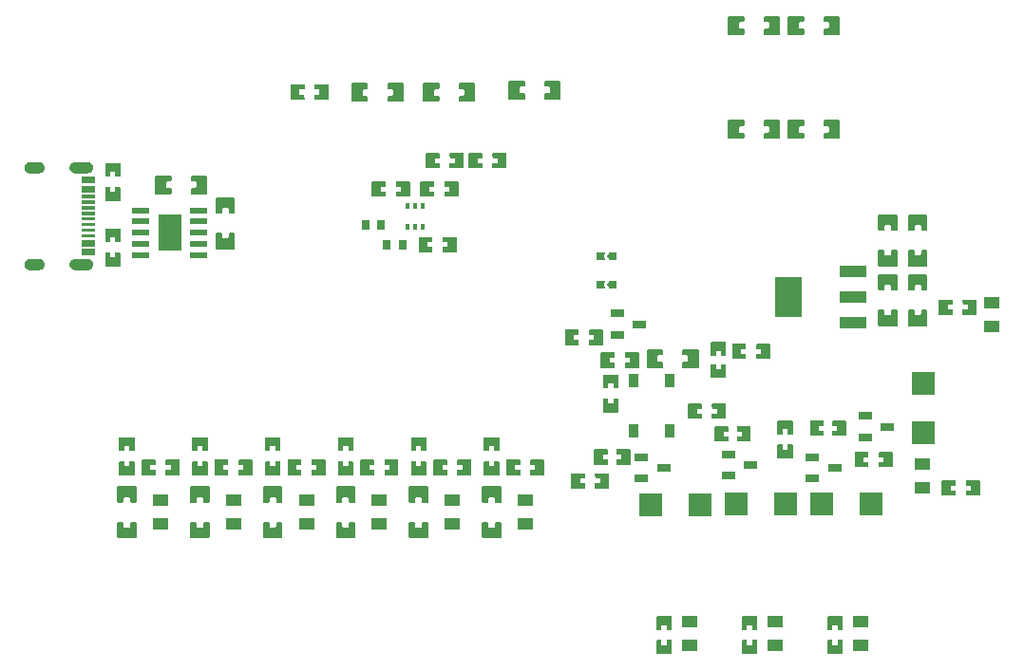
<source format=gtp>
G04 Layer: TopPasteMaskLayer*
G04 EasyEDA Pro v2.2.34.8, 2025-01-04 05:44:47*
G04 Gerber Generator version 0.3*
G04 Scale: 100 percent, Rotated: No, Reflected: No*
G04 Dimensions in millimeters*
G04 Leading zeros omitted, absolute positions, 4 integers and 5 decimals*
%FSLAX45Y45*%
%MOMM*%
%AMPolygonMacro1*4,1,5,-0.41275,-0.35052,-0.41275,0.35052,0.41275,0.35052,0.18669,0.0,0.41275,-0.35052,-0.41275,-0.35052,0*%
%AMPolygonMacro2*4,1,5,-0.18669,-0.35052,-0.41275,0.0,-0.18669,0.35052,0.41275,0.35052,0.41275,-0.35052,-0.18669,-0.35052,0*%
%ADD10R,1.64X0.55999*%
%ADD11R,2.1X3.29999*%
%ADD12R,0.8X0.9*%
%ADD13R,0.8X0.9*%
%ADD14R,0.41999X0.6*%
%ADD15R,0.41999X0.6*%
%ADD16R,1.39954X1.0*%
%ADD17R,1.39954X1.0*%
%ADD18R,2.4646X1.05001*%
%ADD19R,2.46499X1.05001*%
%ADD20R,2.46499X3.54*%
%ADD21R,2.0X2.0*%
%ADD22R,1.25001X0.7*%
%ADD23R,2.0X2.0*%
%ADD24R,0.9X1.3*%
%ADD25PolygonMacro1*%
%ADD26PolygonMacro2*%
G75*


G04 PolygonModel Start*
G36*
G01X1672501Y-1714701D02*
G01X1672501Y-1677675D01*
G01X1682501Y-1667675D01*
G01X1712991Y-1667675D01*
G01X1722991Y-1657675D01*
G01X1722991Y-1618925D01*
G01X1712991Y-1608925D01*
G01X1682501Y-1608925D01*
G01X1672501Y-1598925D01*
G01X1672501Y-1561899D01*
G01X1682501Y-1551899D01*
G01X1811000Y-1551899D01*
G01X1821000Y-1561899D01*
G01X1821000Y-1714701D01*
G01X1811000Y-1724701D01*
G01X1682501Y-1724701D01*
G01X1672501Y-1714701D01*
G37*
G36*
G01X1502499Y-1714701D02*
G01X1502499Y-1677675D01*
G01X1492499Y-1667675D01*
G01X1462009Y-1667675D01*
G01X1452009Y-1657675D01*
G01X1452009Y-1618925D01*
G01X1462009Y-1608925D01*
G01X1492499Y-1608925D01*
G01X1502499Y-1598925D01*
G01X1502499Y-1561899D01*
G01X1492499Y-1551899D01*
G01X1364000Y-1551899D01*
G01X1354000Y-1561899D01*
G01X1354000Y-1714701D01*
G01X1364000Y-1724701D01*
G01X1492499Y-1724701D01*
G01X1502499Y-1714701D01*
G37*
G36*
G01X1904799Y-2066201D02*
G01X1941825Y-2066201D01*
G01X1951825Y-2076201D01*
G01X1951825Y-2106691D01*
G01X1961825Y-2116691D01*
G01X2000575Y-2116691D01*
G01X2010575Y-2106691D01*
G01X2010575Y-2076201D01*
G01X2020575Y-2066201D01*
G01X2057601Y-2066201D01*
G01X2067601Y-2076201D01*
G01X2067601Y-2204700D01*
G01X2057601Y-2214700D01*
G01X1904799Y-2214700D01*
G01X1894799Y-2204700D01*
G01X1894799Y-2076201D01*
G01X1904799Y-2066201D01*
G37*
G36*
G01X1904799Y-1896199D02*
G01X1941825Y-1896199D01*
G01X1951825Y-1886199D01*
G01X1951825Y-1855709D01*
G01X1961825Y-1845709D01*
G01X2000575Y-1845709D01*
G01X2010575Y-1855709D01*
G01X2010575Y-1886199D01*
G01X2020575Y-1896199D01*
G01X2057601Y-1896199D01*
G01X2067601Y-1886199D01*
G01X2067601Y-1757700D01*
G01X2057601Y-1747700D01*
G01X1904799Y-1747700D01*
G01X1894799Y-1757700D01*
G01X1894799Y-1886199D01*
G01X1904799Y-1896199D01*
G37*
G36*
G01X1041900Y-2367102D02*
G01X913902Y-2367102D01*
G01X908901Y-2362101D01*
G01X908901Y-2247100D01*
G01X913902Y-2242101D01*
G01X954905Y-2241598D01*
G01X954905Y-2286599D01*
G01X999904Y-2286599D01*
G01X999904Y-2242599D01*
G01X1041900Y-2242101D01*
G01X1046902Y-2247100D01*
G01X1046902Y-2362101D01*
G01X1041900Y-2367102D01*
G37*
G36*
G01X1041900Y-2152101D02*
G01X999904Y-2152099D01*
G01X999904Y-2107601D01*
G01X954905Y-2107601D01*
G01X954905Y-2151598D01*
G01X913902Y-2152101D01*
G01X908901Y-2147100D01*
G01X908901Y-2032102D01*
G01X913902Y-2027100D01*
G01X1041900Y-2027100D01*
G01X1046902Y-2032102D01*
G01X1046902Y-2147100D01*
G01X1041900Y-2152101D01*
G37*
G36*
G01X913900Y-1442898D02*
G01X1041898Y-1442898D01*
G01X1046899Y-1447899D01*
G01X1046899Y-1562900D01*
G01X1041898Y-1567899D01*
G01X1000895Y-1568402D01*
G01X1000895Y-1523401D01*
G01X955896Y-1523401D01*
G01X955896Y-1567401D01*
G01X913900Y-1567899D01*
G01X908898Y-1562900D01*
G01X908898Y-1447899D01*
G01X913900Y-1442898D01*
G37*
G36*
G01X913900Y-1657899D02*
G01X955896Y-1657901D01*
G01X955896Y-1702399D01*
G01X1000895Y-1702399D01*
G01X1000895Y-1658402D01*
G01X1041898Y-1657899D01*
G01X1046899Y-1662900D01*
G01X1046899Y-1777898D01*
G01X1041898Y-1782900D01*
G01X913900Y-1782900D01*
G01X908898Y-1777898D01*
G01X908898Y-1662900D01*
G01X913900Y-1657899D01*
G37*
G36*
G01X822681Y-1567706D02*
G01X822681Y-1627706D01*
G01X698678Y-1627706D01*
G01X698678Y-1567706D01*
G01X822681Y-1567706D01*
G37*
G36*
G01X822681Y-1647706D02*
G01X822681Y-1707711D01*
G01X698678Y-1707711D01*
G01X698678Y-1647706D01*
G01X822681Y-1647706D01*
G37*
G36*
G01X822681Y-1727708D02*
G01X822681Y-1757710D01*
G01X698678Y-1757710D01*
G01X698678Y-1727708D01*
G01X822681Y-1727708D01*
G37*
G36*
G01X822681Y-1777708D02*
G01X822681Y-1807710D01*
G01X698678Y-1807710D01*
G01X698678Y-1777708D01*
G01X822681Y-1777708D01*
G37*
G36*
G01X822681Y-1827708D02*
G01X822681Y-1857713D01*
G01X698678Y-1857713D01*
G01X698678Y-1827708D01*
G01X822681Y-1827708D01*
G37*
G36*
G01X822681Y-1877713D02*
G01X822681Y-1907713D01*
G01X698678Y-1907713D01*
G01X698678Y-1877713D01*
G01X822681Y-1877713D01*
G37*
G36*
G01X822681Y-1927713D02*
G01X822681Y-1957708D01*
G01X698678Y-1957708D01*
G01X698678Y-1927713D01*
G01X822681Y-1927713D01*
G37*
G36*
G01X822681Y-1977705D02*
G01X822681Y-2007705D01*
G01X698678Y-2007705D01*
G01X698678Y-1977705D01*
G01X822681Y-1977705D01*
G37*
G36*
G01X822681Y-2027705D02*
G01X822681Y-2057705D01*
G01X698678Y-2057705D01*
G01X698678Y-2027705D01*
G01X822681Y-2027705D01*
G37*
G36*
G01X822681Y-2077705D02*
G01X822681Y-2107705D01*
G01X698678Y-2107705D01*
G01X698678Y-2077705D01*
G01X822681Y-2077705D01*
G37*
G36*
G01X822681Y-2127705D02*
G01X822681Y-2187707D01*
G01X698678Y-2187707D01*
G01X698678Y-2127705D01*
G01X822681Y-2127705D01*
G37*
G36*
G01X822681Y-2207707D02*
G01X822681Y-2267707D01*
G01X698678Y-2267707D01*
G01X698678Y-2207707D01*
G01X822681Y-2207707D01*
G37*
G36*
G01X803562Y-1489438D02*
G01X803686Y-1486944D01*
G01X803686Y-1484450D01*
G01X803562Y-1481963D01*
G01X803311Y-1479481D01*
G01X802940Y-1477015D01*
G01X802447Y-1474574D01*
G01X801827Y-1472161D01*
G01X801096Y-1469774D01*
G01X800240Y-1467432D01*
G01X799275Y-1465138D01*
G01X798190Y-1462890D01*
G01X797001Y-1460703D01*
G01X795703Y-1458575D01*
G01X794299Y-1456515D01*
G01X792787Y-1454526D01*
G01X791187Y-1452613D01*
G01X789493Y-1450787D01*
G01X787710Y-1449050D01*
G01X785838Y-1447394D01*
G01X783890Y-1445842D01*
G01X781868Y-1444389D01*
G01X779772Y-1443037D01*
G01X777613Y-1441790D01*
G01X775393Y-1440650D01*
G01X773120Y-1439626D01*
G01X770801Y-1438714D01*
G01X768436Y-1437924D01*
G01X766039Y-1437246D01*
G01X763610Y-1436687D01*
G01X761152Y-1436258D01*
G01X758678Y-1435948D01*
G01X756194Y-1435763D01*
G01X753699Y-1435699D01*
G01X643697Y-1435699D01*
G01X641208Y-1435763D01*
G01X638719Y-1435948D01*
G01X636242Y-1436258D01*
G01X633791Y-1436687D01*
G01X631363Y-1437246D01*
G01X628960Y-1437924D01*
G01X626595Y-1438714D01*
G01X624276Y-1439626D01*
G01X622000Y-1440650D01*
G01X619788Y-1441790D01*
G01X617629Y-1443037D01*
G01X615533Y-1444389D01*
G01X613507Y-1445842D01*
G01X611556Y-1447394D01*
G01X609691Y-1449050D01*
G01X607901Y-1450787D01*
G01X606209Y-1452613D01*
G01X604609Y-1454526D01*
G01X603103Y-1456515D01*
G01X601698Y-1458575D01*
G01X600395Y-1460703D01*
G01X599204Y-1462890D01*
G01X598119Y-1465138D01*
G01X597154Y-1467432D01*
G01X596301Y-1469774D01*
G01X595567Y-1472161D01*
G01X594949Y-1474574D01*
G01X594457Y-1477015D01*
G01X594086Y-1479481D01*
G01X593839Y-1481963D01*
G01X593715Y-1484450D01*
G01X593715Y-1486944D01*
G01X593839Y-1489438D01*
G01X594086Y-1491920D01*
G01X594457Y-1494384D01*
G01X594949Y-1496825D01*
G01X595567Y-1499240D01*
G01X596301Y-1501620D01*
G01X597154Y-1503967D01*
G01X598119Y-1506263D01*
G01X599204Y-1508514D01*
G01X600395Y-1510701D01*
G01X601698Y-1512824D01*
G01X603103Y-1514886D01*
G01X604609Y-1516873D01*
G01X606209Y-1518785D01*
G01X607901Y-1520612D01*
G01X609691Y-1522349D01*
G01X611556Y-1524000D01*
G01X613507Y-1525557D01*
G01X615533Y-1527015D01*
G01X617629Y-1528366D01*
G01X619788Y-1529611D01*
G01X622000Y-1530749D01*
G01X624276Y-1531772D01*
G01X626595Y-1532684D01*
G01X628960Y-1533479D01*
G01X631363Y-1534152D01*
G01X633791Y-1534706D01*
G01X636242Y-1535140D01*
G01X638719Y-1535453D01*
G01X641208Y-1535638D01*
G01X643697Y-1535699D01*
G01X753699Y-1535699D01*
G01X756194Y-1535638D01*
G01X758678Y-1535453D01*
G01X761152Y-1535140D01*
G01X763610Y-1534706D01*
G01X766039Y-1534152D01*
G01X768436Y-1533479D01*
G01X770801Y-1532684D01*
G01X773120Y-1531772D01*
G01X775393Y-1530749D01*
G01X777613Y-1529611D01*
G01X779772Y-1528366D01*
G01X781868Y-1527015D01*
G01X783890Y-1525557D01*
G01X785838Y-1524000D01*
G01X787710Y-1522349D01*
G01X789493Y-1520612D01*
G01X791187Y-1518785D01*
G01X792787Y-1516873D01*
G01X794299Y-1514886D01*
G01X795703Y-1512824D01*
G01X797001Y-1510701D01*
G01X798190Y-1508514D01*
G01X799275Y-1506263D01*
G01X800240Y-1503967D01*
G01X801096Y-1501620D01*
G01X801827Y-1499240D01*
G01X802447Y-1496825D01*
G01X802940Y-1494384D01*
G01X803311Y-1491920D01*
G01X803562Y-1489438D01*
G37*
G36*
G01X370556Y-1489438D02*
G01X370677Y-1486944D01*
G01X370677Y-1484450D01*
G01X370556Y-1481963D01*
G01X370302Y-1479481D01*
G01X369933Y-1477015D01*
G01X369438Y-1474574D01*
G01X368826Y-1472161D01*
G01X368089Y-1469774D01*
G01X367238Y-1467432D01*
G01X366268Y-1465138D01*
G01X365189Y-1462890D01*
G01X363995Y-1460703D01*
G01X362694Y-1458575D01*
G01X361290Y-1456515D01*
G01X359786Y-1454526D01*
G01X358178Y-1452613D01*
G01X356486Y-1450787D01*
G01X354703Y-1449050D01*
G01X352831Y-1447394D01*
G01X350883Y-1445842D01*
G01X348859Y-1444389D01*
G01X346766Y-1443037D01*
G01X344604Y-1441790D01*
G01X342387Y-1440650D01*
G01X340114Y-1439626D01*
G01X337792Y-1438714D01*
G01X335427Y-1437924D01*
G01X333030Y-1437246D01*
G01X330601Y-1436687D01*
G01X328145Y-1436258D01*
G01X325669Y-1435948D01*
G01X323185Y-1435763D01*
G01X320693Y-1435699D01*
G01X240690Y-1435699D01*
G01X238196Y-1435763D01*
G01X235712Y-1435948D01*
G01X233238Y-1436258D01*
G01X230782Y-1436687D01*
G01X228351Y-1437246D01*
G01X225953Y-1437924D01*
G01X223589Y-1438714D01*
G01X221270Y-1439626D01*
G01X218996Y-1440650D01*
G01X216776Y-1441790D01*
G01X214622Y-1443037D01*
G01X212522Y-1444389D01*
G01X210500Y-1445842D01*
G01X208552Y-1447394D01*
G01X206685Y-1449050D01*
G01X204897Y-1450787D01*
G01X203203Y-1452613D01*
G01X201602Y-1454526D01*
G01X200094Y-1456515D01*
G01X198689Y-1458575D01*
G01X197388Y-1460703D01*
G01X196200Y-1462890D01*
G01X195115Y-1465138D01*
G01X194150Y-1467432D01*
G01X193294Y-1469774D01*
G01X192562Y-1472161D01*
G01X191945Y-1474574D01*
G01X191450Y-1477015D01*
G01X191079Y-1479481D01*
G01X190833Y-1481963D01*
G01X190706Y-1484450D01*
G01X190706Y-1486944D01*
G01X190833Y-1489438D01*
G01X191079Y-1491920D01*
G01X191450Y-1494384D01*
G01X191945Y-1496825D01*
G01X192562Y-1499240D01*
G01X193294Y-1501620D01*
G01X194150Y-1503967D01*
G01X195115Y-1506263D01*
G01X196200Y-1508514D01*
G01X197388Y-1510701D01*
G01X198689Y-1512824D01*
G01X200094Y-1514886D01*
G01X201602Y-1516873D01*
G01X203203Y-1518785D01*
G01X204897Y-1520612D01*
G01X206685Y-1522349D01*
G01X208552Y-1524000D01*
G01X210500Y-1525557D01*
G01X212522Y-1527015D01*
G01X214622Y-1528366D01*
G01X216776Y-1529611D01*
G01X218996Y-1530749D01*
G01X221270Y-1531772D01*
G01X223589Y-1532684D01*
G01X225953Y-1533479D01*
G01X228351Y-1534152D01*
G01X230782Y-1534706D01*
G01X233238Y-1535140D01*
G01X235712Y-1535453D01*
G01X238196Y-1535638D01*
G01X240690Y-1535699D01*
G01X320693Y-1535699D01*
G01X323185Y-1535638D01*
G01X325669Y-1535453D01*
G01X328145Y-1535140D01*
G01X330601Y-1534706D01*
G01X333030Y-1534152D01*
G01X335427Y-1533479D01*
G01X337792Y-1532684D01*
G01X340114Y-1531772D01*
G01X342387Y-1530749D01*
G01X344604Y-1529611D01*
G01X346766Y-1528366D01*
G01X348859Y-1527015D01*
G01X350883Y-1525557D01*
G01X352831Y-1524000D01*
G01X354703Y-1522349D01*
G01X356486Y-1520612D01*
G01X358178Y-1518785D01*
G01X359786Y-1516873D01*
G01X361290Y-1514886D01*
G01X362694Y-1512824D01*
G01X363995Y-1510701D01*
G01X365189Y-1508514D01*
G01X366268Y-1506263D01*
G01X367238Y-1503967D01*
G01X368089Y-1501620D01*
G01X368826Y-1499240D01*
G01X369438Y-1496825D01*
G01X369933Y-1494384D01*
G01X370302Y-1491920D01*
G01X370556Y-1489438D01*
G37*
G36*
G01X803562Y-2353445D02*
G01X803686Y-2350950D01*
G01X803686Y-2348461D01*
G01X803562Y-2345972D01*
G01X803311Y-2343490D01*
G01X802940Y-2341027D01*
G01X802447Y-2338583D01*
G01X801827Y-2336165D01*
G01X801096Y-2333785D01*
G01X800240Y-2331438D01*
G01X799275Y-2329142D01*
G01X798190Y-2326891D01*
G01X797001Y-2324710D01*
G01X795703Y-2322581D01*
G01X794299Y-2320519D01*
G01X792787Y-2318532D01*
G01X791187Y-2316620D01*
G01X789493Y-2314796D01*
G01X787710Y-2313056D01*
G01X785838Y-2311400D01*
G01X783890Y-2309851D01*
G01X781868Y-2308390D01*
G01X779772Y-2307041D01*
G01X777613Y-2305797D01*
G01X775393Y-2304656D01*
G01X773120Y-2303635D01*
G01X770801Y-2302723D01*
G01X768436Y-2301926D01*
G01X766039Y-2301253D01*
G01X763610Y-2300699D01*
G01X761152Y-2300265D01*
G01X758678Y-2299957D01*
G01X756194Y-2299767D01*
G01X753699Y-2299708D01*
G01X643697Y-2299708D01*
G01X641208Y-2299767D01*
G01X638719Y-2299957D01*
G01X636242Y-2300265D01*
G01X633791Y-2300699D01*
G01X631363Y-2301253D01*
G01X628960Y-2301926D01*
G01X626595Y-2302723D01*
G01X624276Y-2303635D01*
G01X622000Y-2304656D01*
G01X619788Y-2305797D01*
G01X617629Y-2307041D01*
G01X615533Y-2308390D01*
G01X613507Y-2309851D01*
G01X611556Y-2311400D01*
G01X609691Y-2313056D01*
G01X607901Y-2314796D01*
G01X606209Y-2316620D01*
G01X604609Y-2318532D01*
G01X603103Y-2320519D01*
G01X601698Y-2322581D01*
G01X600395Y-2324710D01*
G01X599204Y-2326891D01*
G01X598119Y-2329142D01*
G01X597154Y-2331438D01*
G01X596301Y-2333785D01*
G01X595567Y-2336165D01*
G01X594949Y-2338583D01*
G01X594457Y-2341027D01*
G01X594086Y-2343490D01*
G01X593839Y-2345972D01*
G01X593715Y-2348461D01*
G01X593715Y-2350950D01*
G01X593839Y-2353445D01*
G01X594086Y-2355924D01*
G01X594457Y-2358390D01*
G01X594949Y-2360833D01*
G01X595567Y-2363244D01*
G01X596301Y-2365626D01*
G01X597154Y-2367973D01*
G01X598119Y-2370272D01*
G01X599204Y-2372517D01*
G01X600395Y-2374709D01*
G01X601698Y-2376830D01*
G01X603103Y-2378890D01*
G01X604609Y-2380879D01*
G01X606209Y-2382792D01*
G01X607901Y-2384621D01*
G01X609691Y-2386355D01*
G01X611556Y-2388011D01*
G01X613507Y-2389563D01*
G01X615533Y-2391019D01*
G01X617629Y-2392368D01*
G01X619788Y-2393620D01*
G01X622000Y-2394755D01*
G01X624276Y-2395781D01*
G01X626595Y-2396691D01*
G01X628960Y-2397483D01*
G01X631363Y-2398159D01*
G01X633791Y-2398712D01*
G01X636242Y-2399147D01*
G01X638719Y-2399459D01*
G01X641208Y-2399642D01*
G01X643697Y-2399706D01*
G01X753699Y-2399706D01*
G01X756194Y-2399642D01*
G01X758678Y-2399459D01*
G01X761152Y-2399147D01*
G01X763610Y-2398712D01*
G01X766039Y-2398159D01*
G01X768436Y-2397483D01*
G01X770801Y-2396691D01*
G01X773120Y-2395781D01*
G01X775393Y-2394755D01*
G01X777613Y-2393620D01*
G01X779772Y-2392368D01*
G01X781868Y-2391019D01*
G01X783890Y-2389563D01*
G01X785838Y-2388011D01*
G01X787710Y-2386355D01*
G01X789493Y-2384621D01*
G01X791187Y-2382792D01*
G01X792787Y-2380879D01*
G01X794299Y-2378890D01*
G01X795703Y-2376830D01*
G01X797001Y-2374709D01*
G01X798190Y-2372517D01*
G01X799275Y-2370272D01*
G01X800240Y-2367973D01*
G01X801096Y-2365626D01*
G01X801827Y-2363244D01*
G01X802447Y-2360833D01*
G01X802940Y-2358390D01*
G01X803311Y-2355924D01*
G01X803562Y-2353445D01*
G37*
G36*
G01X370556Y-2353445D02*
G01X370677Y-2350950D01*
G01X370677Y-2348461D01*
G01X370556Y-2345972D01*
G01X370302Y-2343490D01*
G01X369933Y-2341027D01*
G01X369438Y-2338583D01*
G01X368826Y-2336165D01*
G01X368089Y-2333785D01*
G01X367238Y-2331438D01*
G01X366268Y-2329142D01*
G01X365189Y-2326891D01*
G01X363995Y-2324710D01*
G01X362694Y-2322581D01*
G01X361290Y-2320519D01*
G01X359786Y-2318532D01*
G01X358178Y-2316620D01*
G01X356486Y-2314796D01*
G01X354703Y-2313056D01*
G01X352831Y-2311400D01*
G01X350883Y-2309851D01*
G01X348859Y-2308390D01*
G01X346766Y-2307041D01*
G01X344604Y-2305797D01*
G01X342387Y-2304656D01*
G01X340114Y-2303635D01*
G01X337792Y-2302723D01*
G01X335427Y-2301926D01*
G01X333030Y-2301253D01*
G01X330601Y-2300699D01*
G01X328145Y-2300265D01*
G01X325669Y-2299957D01*
G01X323185Y-2299767D01*
G01X320693Y-2299708D01*
G01X240690Y-2299708D01*
G01X238196Y-2299767D01*
G01X235712Y-2299957D01*
G01X233238Y-2300265D01*
G01X230782Y-2300699D01*
G01X228351Y-2301253D01*
G01X225953Y-2301926D01*
G01X223589Y-2302723D01*
G01X221270Y-2303635D01*
G01X218996Y-2304656D01*
G01X216776Y-2305797D01*
G01X214622Y-2307041D01*
G01X212522Y-2308390D01*
G01X210500Y-2309851D01*
G01X208552Y-2311400D01*
G01X206685Y-2313056D01*
G01X204897Y-2314796D01*
G01X203203Y-2316620D01*
G01X201602Y-2318532D01*
G01X200094Y-2320519D01*
G01X198689Y-2322581D01*
G01X197388Y-2324710D01*
G01X196200Y-2326891D01*
G01X195115Y-2329142D01*
G01X194150Y-2331438D01*
G01X193294Y-2333785D01*
G01X192562Y-2336165D01*
G01X191945Y-2338583D01*
G01X191450Y-2341027D01*
G01X191079Y-2343490D01*
G01X190833Y-2345972D01*
G01X190706Y-2348461D01*
G01X190706Y-2350950D01*
G01X190833Y-2353445D01*
G01X191079Y-2355924D01*
G01X191450Y-2358390D01*
G01X191945Y-2360833D01*
G01X192562Y-2363244D01*
G01X193294Y-2365626D01*
G01X194150Y-2367973D01*
G01X195115Y-2370272D01*
G01X196200Y-2372517D01*
G01X197388Y-2374709D01*
G01X198689Y-2376830D01*
G01X200094Y-2378890D01*
G01X201602Y-2380879D01*
G01X203203Y-2382792D01*
G01X204897Y-2384621D01*
G01X206685Y-2386355D01*
G01X208552Y-2388011D01*
G01X210500Y-2389563D01*
G01X212522Y-2391019D01*
G01X214622Y-2392368D01*
G01X216776Y-2393620D01*
G01X218996Y-2394755D01*
G01X221270Y-2395781D01*
G01X223589Y-2396691D01*
G01X225953Y-2397483D01*
G01X228351Y-2398159D01*
G01X230782Y-2398712D01*
G01X233238Y-2399147D01*
G01X235712Y-2399459D01*
G01X238196Y-2399642D01*
G01X240690Y-2399706D01*
G01X320693Y-2399706D01*
G01X323185Y-2399642D01*
G01X325669Y-2399459D01*
G01X328145Y-2399147D01*
G01X330601Y-2398712D01*
G01X333030Y-2398159D01*
G01X335427Y-2397483D01*
G01X337792Y-2396691D01*
G01X340114Y-2395781D01*
G01X342387Y-2394755D01*
G01X344604Y-2393620D01*
G01X346766Y-2392368D01*
G01X348859Y-2391019D01*
G01X350883Y-2389563D01*
G01X352831Y-2388011D01*
G01X354703Y-2386355D01*
G01X356486Y-2384621D01*
G01X358178Y-2382792D01*
G01X359786Y-2380879D01*
G01X361290Y-2378890D01*
G01X362694Y-2376830D01*
G01X363995Y-2374709D01*
G01X365189Y-2372517D01*
G01X366268Y-2370272D01*
G01X367238Y-2367973D01*
G01X368089Y-2365626D01*
G01X368826Y-2363244D01*
G01X369438Y-2360833D01*
G01X369933Y-2358390D01*
G01X370302Y-2355924D01*
G01X370556Y-2353445D01*
G37*
G36*
G01X3703498Y-2235700D02*
G01X3703498Y-2107702D01*
G01X3708499Y-2102701D01*
G01X3823500Y-2102701D01*
G01X3828499Y-2107702D01*
G01X3829002Y-2148705D01*
G01X3784001Y-2148705D01*
G01X3784001Y-2193704D01*
G01X3828001Y-2193704D01*
G01X3828499Y-2235700D01*
G01X3823500Y-2240702D01*
G01X3708499Y-2240702D01*
G01X3703498Y-2235700D01*
G37*
G36*
G01X3918499Y-2235700D02*
G01X3918501Y-2193704D01*
G01X3962999Y-2193704D01*
G01X3962999Y-2148705D01*
G01X3919002Y-2148705D01*
G01X3918499Y-2107702D01*
G01X3923500Y-2102701D01*
G01X4038498Y-2102701D01*
G01X4043500Y-2107702D01*
G01X4043500Y-2235700D01*
G01X4038498Y-2240702D01*
G01X3923500Y-2240702D01*
G01X3918499Y-2235700D01*
G37*
G36*
G01X3626940Y-1612412D02*
G01X3626940Y-1740411D01*
G01X3621938Y-1745412D01*
G01X3506937Y-1745412D01*
G01X3501939Y-1740411D01*
G01X3501436Y-1699407D01*
G01X3546437Y-1699407D01*
G01X3546437Y-1654409D01*
G01X3502436Y-1654409D01*
G01X3501939Y-1612412D01*
G01X3506937Y-1607411D01*
G01X3621938Y-1607411D01*
G01X3626940Y-1612412D01*
G37*
G36*
G01X3411939Y-1612412D02*
G01X3411936Y-1654409D01*
G01X3367438Y-1654409D01*
G01X3367438Y-1699407D01*
G01X3411436Y-1699407D01*
G01X3411939Y-1740411D01*
G01X3406938Y-1745412D01*
G01X3291939Y-1745412D01*
G01X3286938Y-1740411D01*
G01X3286938Y-1612412D01*
G01X3291939Y-1607411D01*
G01X3406938Y-1607411D01*
G01X3411939Y-1612412D01*
G37*
G36*
G01X3718735Y-1740413D02*
G01X3718735Y-1612415D01*
G01X3723737Y-1607414D01*
G01X3838738Y-1607414D01*
G01X3843736Y-1612415D01*
G01X3844239Y-1653418D01*
G01X3799238Y-1653418D01*
G01X3799238Y-1698417D01*
G01X3843238Y-1698417D01*
G01X3843736Y-1740413D01*
G01X3838738Y-1745414D01*
G01X3723737Y-1745414D01*
G01X3718735Y-1740413D01*
G37*
G36*
G01X3933736Y-1740413D02*
G01X3933739Y-1698417D01*
G01X3978237Y-1698417D01*
G01X3978237Y-1653418D01*
G01X3934239Y-1653418D01*
G01X3933736Y-1612415D01*
G01X3938737Y-1607414D01*
G01X4053736Y-1607414D01*
G01X4058737Y-1612415D01*
G01X4058737Y-1740413D01*
G01X4053736Y-1745414D01*
G01X3938737Y-1745414D01*
G01X3933736Y-1740413D01*
G37*
G36*
G01X7480800Y-5824703D02*
G01X7352802Y-5824703D01*
G01X7347801Y-5819701D01*
G01X7347801Y-5704700D01*
G01X7352802Y-5699702D01*
G01X7393805Y-5699199D01*
G01X7393805Y-5744200D01*
G01X7438804Y-5744200D01*
G01X7438804Y-5700199D01*
G01X7480800Y-5699702D01*
G01X7485802Y-5704700D01*
G01X7485802Y-5819701D01*
G01X7480800Y-5824703D01*
G37*
G36*
G01X7480800Y-5609702D02*
G01X7438804Y-5609699D01*
G01X7438804Y-5565201D01*
G01X7393805Y-5565201D01*
G01X7393805Y-5609199D01*
G01X7352802Y-5609702D01*
G01X7347801Y-5604700D01*
G01X7347801Y-5489702D01*
G01X7352802Y-5484701D01*
G01X7480800Y-5484701D01*
G01X7485802Y-5489702D01*
G01X7485802Y-5604700D01*
G01X7480800Y-5609702D01*
G37*
G36*
G01X6777592Y-1219684D02*
G01X6777592Y-1182658D01*
G01X6787592Y-1172658D01*
G01X6818083Y-1172658D01*
G01X6828083Y-1162658D01*
G01X6828083Y-1123908D01*
G01X6818083Y-1113908D01*
G01X6787592Y-1113908D01*
G01X6777592Y-1103908D01*
G01X6777592Y-1066883D01*
G01X6787592Y-1056883D01*
G01X6916091Y-1056883D01*
G01X6926091Y-1066883D01*
G01X6926091Y-1219684D01*
G01X6916091Y-1229684D01*
G01X6787592Y-1229684D01*
G01X6777592Y-1219684D01*
G37*
G36*
G01X6607590Y-1219684D02*
G01X6607590Y-1182658D01*
G01X6597590Y-1172658D01*
G01X6567100Y-1172658D01*
G01X6557100Y-1162658D01*
G01X6557100Y-1123908D01*
G01X6567100Y-1113908D01*
G01X6597590Y-1113908D01*
G01X6607590Y-1103908D01*
G01X6607590Y-1066883D01*
G01X6597590Y-1056883D01*
G01X6469092Y-1056883D01*
G01X6459092Y-1066883D01*
G01X6459092Y-1219684D01*
G01X6469092Y-1229684D01*
G01X6597590Y-1229684D01*
G01X6607590Y-1219684D01*
G37*
G36*
G01X7140990Y-139783D02*
G01X7140990Y-176808D01*
G01X7130990Y-186808D01*
G01X7100500Y-186808D01*
G01X7090500Y-196808D01*
G01X7090500Y-235558D01*
G01X7100500Y-245558D01*
G01X7130990Y-245558D01*
G01X7140990Y-255558D01*
G01X7140990Y-292584D01*
G01X7130990Y-302584D01*
G01X7002492Y-302584D01*
G01X6992492Y-292584D01*
G01X6992492Y-139783D01*
G01X7002492Y-129783D01*
G01X7130990Y-129783D01*
G01X7140990Y-139783D01*
G37*
G36*
G01X7310992Y-139783D02*
G01X7310992Y-176808D01*
G01X7320992Y-186808D01*
G01X7351483Y-186808D01*
G01X7361483Y-196808D01*
G01X7361483Y-235558D01*
G01X7351483Y-245558D01*
G01X7320992Y-245558D01*
G01X7310992Y-255558D01*
G01X7310992Y-292584D01*
G01X7320992Y-302584D01*
G01X7449491Y-302584D01*
G01X7459491Y-292584D01*
G01X7459491Y-139783D01*
G01X7449491Y-129783D01*
G01X7320992Y-129783D01*
G01X7310992Y-139783D01*
G37*
G36*
G01X7310992Y-1219684D02*
G01X7310992Y-1182658D01*
G01X7320992Y-1172658D01*
G01X7351483Y-1172658D01*
G01X7361483Y-1162658D01*
G01X7361483Y-1123908D01*
G01X7351483Y-1113908D01*
G01X7320992Y-1113908D01*
G01X7310992Y-1103908D01*
G01X7310992Y-1066883D01*
G01X7320992Y-1056883D01*
G01X7449491Y-1056883D01*
G01X7459491Y-1066883D01*
G01X7459491Y-1219684D01*
G01X7449491Y-1229684D01*
G01X7320992Y-1229684D01*
G01X7310992Y-1219684D01*
G37*
G36*
G01X7140990Y-1219684D02*
G01X7140990Y-1182658D01*
G01X7130990Y-1172658D01*
G01X7100500Y-1172658D01*
G01X7090500Y-1162658D01*
G01X7090500Y-1123908D01*
G01X7100500Y-1113908D01*
G01X7130990Y-1113908D01*
G01X7140990Y-1103908D01*
G01X7140990Y-1066883D01*
G01X7130990Y-1056883D01*
G01X7002492Y-1056883D01*
G01X6992492Y-1066883D01*
G01X6992492Y-1219684D01*
G01X7002492Y-1229684D01*
G01X7130990Y-1229684D01*
G01X7140990Y-1219684D01*
G37*
G36*
G01X6777598Y-292584D02*
G01X6777598Y-255558D01*
G01X6787598Y-245558D01*
G01X6818088Y-245558D01*
G01X6828088Y-235558D01*
G01X6828088Y-196808D01*
G01X6818088Y-186808D01*
G01X6787598Y-186808D01*
G01X6777598Y-176808D01*
G01X6777598Y-139783D01*
G01X6787598Y-129783D01*
G01X6916096Y-129783D01*
G01X6926096Y-139783D01*
G01X6926096Y-292584D01*
G01X6916096Y-302584D01*
G01X6787598Y-302584D01*
G01X6777598Y-292584D01*
G37*
G36*
G01X6607595Y-292584D02*
G01X6607595Y-255558D01*
G01X6597595Y-245558D01*
G01X6567105Y-245558D01*
G01X6557105Y-235558D01*
G01X6557105Y-196808D01*
G01X6567105Y-186808D01*
G01X6597595Y-186808D01*
G01X6607595Y-176808D01*
G01X6607595Y-139783D01*
G01X6597595Y-129783D01*
G01X6469097Y-129783D01*
G01X6459097Y-139783D01*
G01X6459097Y-292584D01*
G01X6469097Y-302584D01*
G01X6597595Y-302584D01*
G01X6607595Y-292584D01*
G37*
G36*
G01X4060101Y-889201D02*
G01X4060101Y-852175D01*
G01X4070101Y-842175D01*
G01X4100591Y-842175D01*
G01X4110591Y-832175D01*
G01X4110591Y-793425D01*
G01X4100591Y-783425D01*
G01X4070101Y-783425D01*
G01X4060101Y-773425D01*
G01X4060101Y-736399D01*
G01X4070101Y-726399D01*
G01X4198600Y-726399D01*
G01X4208600Y-736399D01*
G01X4208600Y-889201D01*
G01X4198600Y-899201D01*
G01X4070101Y-899201D01*
G01X4060101Y-889201D01*
G37*
G36*
G01X3890099Y-889201D02*
G01X3890099Y-852175D01*
G01X3880099Y-842175D01*
G01X3849609Y-842175D01*
G01X3839609Y-832175D01*
G01X3839609Y-793425D01*
G01X3849609Y-783425D01*
G01X3880099Y-783425D01*
G01X3890099Y-773425D01*
G01X3890099Y-736399D01*
G01X3880099Y-726399D01*
G01X3751600Y-726399D01*
G01X3741600Y-736399D01*
G01X3741600Y-889201D01*
G01X3751600Y-899201D01*
G01X3880099Y-899201D01*
G01X3890099Y-889201D01*
G37*
G36*
G01X4107002Y-1358400D02*
G01X4107002Y-1486398D01*
G01X4102001Y-1491399D01*
G01X3987000Y-1491399D01*
G01X3982001Y-1486398D01*
G01X3981498Y-1445395D01*
G01X4026499Y-1445395D01*
G01X4026499Y-1400396D01*
G01X3982499Y-1400396D01*
G01X3982001Y-1358400D01*
G01X3987000Y-1353398D01*
G01X4102001Y-1353398D01*
G01X4107002Y-1358400D01*
G37*
G36*
G01X3892001Y-1358400D02*
G01X3891999Y-1400396D01*
G01X3847501Y-1400396D01*
G01X3847501Y-1445395D01*
G01X3891498Y-1445395D01*
G01X3892001Y-1486398D01*
G01X3887000Y-1491399D01*
G01X3772002Y-1491399D01*
G01X3767000Y-1486398D01*
G01X3767000Y-1358400D01*
G01X3772002Y-1353398D01*
G01X3887000Y-1353398D01*
G01X3892001Y-1358400D01*
G37*
G36*
G01X8076999Y-2218601D02*
G01X8114025Y-2218601D01*
G01X8124025Y-2228601D01*
G01X8124025Y-2259091D01*
G01X8134025Y-2269091D01*
G01X8172775Y-2269091D01*
G01X8182775Y-2259091D01*
G01X8182775Y-2228601D01*
G01X8192775Y-2218601D01*
G01X8229801Y-2218601D01*
G01X8239801Y-2228601D01*
G01X8239801Y-2357100D01*
G01X8229801Y-2367100D01*
G01X8076999Y-2367100D01*
G01X8066999Y-2357100D01*
G01X8066999Y-2228601D01*
G01X8076999Y-2218601D01*
G37*
G36*
G01X8076999Y-2048599D02*
G01X8114025Y-2048599D01*
G01X8124025Y-2038599D01*
G01X8124025Y-2008109D01*
G01X8134025Y-1998109D01*
G01X8172775Y-1998109D01*
G01X8182775Y-2008109D01*
G01X8182775Y-2038599D01*
G01X8192775Y-2048599D01*
G01X8229801Y-2048599D01*
G01X8239801Y-2038599D01*
G01X8239801Y-1910100D01*
G01X8229801Y-1900100D01*
G01X8076999Y-1900100D01*
G01X8066999Y-1910100D01*
G01X8066999Y-2038599D01*
G01X8076999Y-2048599D01*
G37*
G36*
G01X8229801Y-2581999D02*
G01X8192775Y-2581999D01*
G01X8182775Y-2571999D01*
G01X8182775Y-2541509D01*
G01X8172775Y-2531509D01*
G01X8134025Y-2531509D01*
G01X8124025Y-2541509D01*
G01X8124025Y-2571999D01*
G01X8114025Y-2581999D01*
G01X8076999Y-2581999D01*
G01X8066999Y-2571999D01*
G01X8066999Y-2443500D01*
G01X8076999Y-2433500D01*
G01X8229801Y-2433500D01*
G01X8239801Y-2443500D01*
G01X8239801Y-2571999D01*
G01X8229801Y-2581999D01*
G37*
G36*
G01X8229801Y-2752001D02*
G01X8192775Y-2752001D01*
G01X8182775Y-2762001D01*
G01X8182775Y-2792491D01*
G01X8172775Y-2802491D01*
G01X8134025Y-2802491D01*
G01X8124025Y-2792491D01*
G01X8124025Y-2762001D01*
G01X8114025Y-2752001D01*
G01X8076999Y-2752001D01*
G01X8066999Y-2762001D01*
G01X8066999Y-2890500D01*
G01X8076999Y-2900500D01*
G01X8229801Y-2900500D01*
G01X8239801Y-2890500D01*
G01X8239801Y-2762001D01*
G01X8229801Y-2752001D01*
G37*
G36*
G01X7810299Y-2218601D02*
G01X7847325Y-2218601D01*
G01X7857325Y-2228601D01*
G01X7857325Y-2259091D01*
G01X7867325Y-2269091D01*
G01X7906075Y-2269091D01*
G01X7916075Y-2259091D01*
G01X7916075Y-2228601D01*
G01X7926075Y-2218601D01*
G01X7963101Y-2218601D01*
G01X7973101Y-2228601D01*
G01X7973101Y-2357100D01*
G01X7963101Y-2367100D01*
G01X7810299Y-2367100D01*
G01X7800299Y-2357100D01*
G01X7800299Y-2228601D01*
G01X7810299Y-2218601D01*
G37*
G36*
G01X7810299Y-2048599D02*
G01X7847325Y-2048599D01*
G01X7857325Y-2038599D01*
G01X7857325Y-2008109D01*
G01X7867325Y-1998109D01*
G01X7906075Y-1998109D01*
G01X7916075Y-2008109D01*
G01X7916075Y-2038599D01*
G01X7926075Y-2048599D01*
G01X7963101Y-2048599D01*
G01X7973101Y-2038599D01*
G01X7973101Y-1910100D01*
G01X7963101Y-1900100D01*
G01X7810299Y-1900100D01*
G01X7800299Y-1910100D01*
G01X7800299Y-2038599D01*
G01X7810299Y-2048599D01*
G37*
G36*
G01X7963101Y-2581999D02*
G01X7926075Y-2581999D01*
G01X7916075Y-2571999D01*
G01X7916075Y-2541509D01*
G01X7906075Y-2531509D01*
G01X7867325Y-2531509D01*
G01X7857325Y-2541509D01*
G01X7857325Y-2571999D01*
G01X7847325Y-2581999D01*
G01X7810299Y-2581999D01*
G01X7800299Y-2571999D01*
G01X7800299Y-2443500D01*
G01X7810299Y-2433500D01*
G01X7963101Y-2433500D01*
G01X7973101Y-2443500D01*
G01X7973101Y-2571999D01*
G01X7963101Y-2581999D01*
G37*
G36*
G01X7963101Y-2752001D02*
G01X7926075Y-2752001D01*
G01X7916075Y-2762001D01*
G01X7916075Y-2792491D01*
G01X7906075Y-2802491D01*
G01X7867325Y-2802491D01*
G01X7857325Y-2792491D01*
G01X7857325Y-2762001D01*
G01X7847325Y-2752001D01*
G01X7810299Y-2752001D01*
G01X7800299Y-2762001D01*
G01X7800299Y-2890500D01*
G01X7810299Y-2900500D01*
G01X7963101Y-2900500D01*
G01X7973101Y-2890500D01*
G01X7973101Y-2762001D01*
G01X7963101Y-2752001D01*
G37*
G36*
G01X8679002Y-2666500D02*
G01X8679002Y-2794498D01*
G01X8674001Y-2799499D01*
G01X8559000Y-2799499D01*
G01X8554001Y-2794498D01*
G01X8553498Y-2753495D01*
G01X8598499Y-2753495D01*
G01X8598499Y-2708496D01*
G01X8554499Y-2708496D01*
G01X8554001Y-2666500D01*
G01X8559000Y-2661498D01*
G01X8674001Y-2661498D01*
G01X8679002Y-2666500D01*
G37*
G36*
G01X8464001Y-2666500D02*
G01X8463999Y-2708496D01*
G01X8419501Y-2708496D01*
G01X8419501Y-2753495D01*
G01X8463498Y-2753495D01*
G01X8464001Y-2794498D01*
G01X8459000Y-2799499D01*
G01X8344002Y-2799499D01*
G01X8339000Y-2794498D01*
G01X8339000Y-2666500D01*
G01X8344002Y-2661498D01*
G01X8459000Y-2661498D01*
G01X8464001Y-2666500D01*
G37*
G36*
G01X3780901Y-4474799D02*
G01X3743875Y-4474799D01*
G01X3733875Y-4464799D01*
G01X3733875Y-4434309D01*
G01X3723875Y-4424309D01*
G01X3685125Y-4424309D01*
G01X3675125Y-4434309D01*
G01X3675125Y-4464799D01*
G01X3665125Y-4474799D01*
G01X3628099Y-4474799D01*
G01X3618099Y-4464799D01*
G01X3618099Y-4336300D01*
G01X3628099Y-4326300D01*
G01X3780901Y-4326300D01*
G01X3790901Y-4336300D01*
G01X3790901Y-4464799D01*
G01X3780901Y-4474799D01*
G37*
G36*
G01X3780901Y-4644801D02*
G01X3743875Y-4644801D01*
G01X3733875Y-4654801D01*
G01X3733875Y-4685291D01*
G01X3723875Y-4695291D01*
G01X3685125Y-4695291D01*
G01X3675125Y-4685291D01*
G01X3675125Y-4654801D01*
G01X3665125Y-4644801D01*
G01X3628099Y-4644801D01*
G01X3618099Y-4654801D01*
G01X3618099Y-4783300D01*
G01X3628099Y-4793300D01*
G01X3780901Y-4793300D01*
G01X3790901Y-4783300D01*
G01X3790901Y-4654801D01*
G01X3780901Y-4644801D01*
G37*
G36*
G01X1181301Y-4474299D02*
G01X1144275Y-4474299D01*
G01X1134275Y-4464299D01*
G01X1134275Y-4433809D01*
G01X1124275Y-4423809D01*
G01X1085525Y-4423809D01*
G01X1075525Y-4433809D01*
G01X1075525Y-4464299D01*
G01X1065525Y-4474299D01*
G01X1028499Y-4474299D01*
G01X1018499Y-4464299D01*
G01X1018499Y-4335800D01*
G01X1028499Y-4325800D01*
G01X1181301Y-4325800D01*
G01X1191301Y-4335800D01*
G01X1191301Y-4464299D01*
G01X1181301Y-4474299D01*
G37*
G36*
G01X1181301Y-4644301D02*
G01X1144275Y-4644301D01*
G01X1134275Y-4654301D01*
G01X1134275Y-4684791D01*
G01X1124275Y-4694791D01*
G01X1085525Y-4694791D01*
G01X1075525Y-4684791D01*
G01X1075525Y-4654301D01*
G01X1065525Y-4644301D01*
G01X1028499Y-4644301D01*
G01X1018499Y-4654301D01*
G01X1018499Y-4782800D01*
G01X1028499Y-4792800D01*
G01X1181301Y-4792800D01*
G01X1191301Y-4782800D01*
G01X1191301Y-4654301D01*
G01X1181301Y-4644301D01*
G37*
G36*
G01X1830901Y-4474799D02*
G01X1793875Y-4474799D01*
G01X1783875Y-4464799D01*
G01X1783875Y-4434309D01*
G01X1773875Y-4424309D01*
G01X1735125Y-4424309D01*
G01X1725125Y-4434309D01*
G01X1725125Y-4464799D01*
G01X1715125Y-4474799D01*
G01X1678099Y-4474799D01*
G01X1668099Y-4464799D01*
G01X1668099Y-4336300D01*
G01X1678099Y-4326300D01*
G01X1830901Y-4326300D01*
G01X1840901Y-4336300D01*
G01X1840901Y-4464799D01*
G01X1830901Y-4474799D01*
G37*
G36*
G01X1830901Y-4644801D02*
G01X1793875Y-4644801D01*
G01X1783875Y-4654801D01*
G01X1783875Y-4685291D01*
G01X1773875Y-4695291D01*
G01X1735125Y-4695291D01*
G01X1725125Y-4685291D01*
G01X1725125Y-4654801D01*
G01X1715125Y-4644801D01*
G01X1678099Y-4644801D01*
G01X1668099Y-4654801D01*
G01X1668099Y-4783300D01*
G01X1678099Y-4793300D01*
G01X1830901Y-4793300D01*
G01X1840901Y-4783300D01*
G01X1840901Y-4654801D01*
G01X1830901Y-4644801D01*
G37*
G36*
G01X2480901Y-4474799D02*
G01X2443875Y-4474799D01*
G01X2433875Y-4464799D01*
G01X2433875Y-4434309D01*
G01X2423875Y-4424309D01*
G01X2385125Y-4424309D01*
G01X2375125Y-4434309D01*
G01X2375125Y-4464799D01*
G01X2365125Y-4474799D01*
G01X2328099Y-4474799D01*
G01X2318099Y-4464799D01*
G01X2318099Y-4336300D01*
G01X2328099Y-4326300D01*
G01X2480901Y-4326300D01*
G01X2490901Y-4336300D01*
G01X2490901Y-4464799D01*
G01X2480901Y-4474799D01*
G37*
G36*
G01X2480901Y-4644801D02*
G01X2443875Y-4644801D01*
G01X2433875Y-4654801D01*
G01X2433875Y-4685291D01*
G01X2423875Y-4695291D01*
G01X2385125Y-4695291D01*
G01X2375125Y-4685291D01*
G01X2375125Y-4654801D01*
G01X2365125Y-4644801D01*
G01X2328099Y-4644801D01*
G01X2318099Y-4654801D01*
G01X2318099Y-4783300D01*
G01X2328099Y-4793300D01*
G01X2480901Y-4793300D01*
G01X2490901Y-4783300D01*
G01X2490901Y-4654801D01*
G01X2480901Y-4644801D01*
G37*
G36*
G01X3130901Y-4474799D02*
G01X3093875Y-4474799D01*
G01X3083875Y-4464799D01*
G01X3083875Y-4434309D01*
G01X3073875Y-4424309D01*
G01X3035125Y-4424309D01*
G01X3025125Y-4434309D01*
G01X3025125Y-4464799D01*
G01X3015125Y-4474799D01*
G01X2978099Y-4474799D01*
G01X2968099Y-4464799D01*
G01X2968099Y-4336300D01*
G01X2978099Y-4326300D01*
G01X3130901Y-4326300D01*
G01X3140901Y-4336300D01*
G01X3140901Y-4464799D01*
G01X3130901Y-4474799D01*
G37*
G36*
G01X3130901Y-4644801D02*
G01X3093875Y-4644801D01*
G01X3083875Y-4654801D01*
G01X3083875Y-4685291D01*
G01X3073875Y-4695291D01*
G01X3035125Y-4695291D01*
G01X3025125Y-4685291D01*
G01X3025125Y-4654801D01*
G01X3015125Y-4644801D01*
G01X2978099Y-4644801D01*
G01X2968099Y-4654801D01*
G01X2968099Y-4783300D01*
G01X2978099Y-4793300D01*
G01X3130901Y-4793300D01*
G01X3140901Y-4783300D01*
G01X3140901Y-4654801D01*
G01X3130901Y-4644801D01*
G37*
G36*
G01X4432501Y-4474799D02*
G01X4395475Y-4474799D01*
G01X4385475Y-4464799D01*
G01X4385475Y-4434309D01*
G01X4375475Y-4424309D01*
G01X4336725Y-4424309D01*
G01X4326725Y-4434309D01*
G01X4326725Y-4464799D01*
G01X4316725Y-4474799D01*
G01X4279699Y-4474799D01*
G01X4269699Y-4464799D01*
G01X4269699Y-4336300D01*
G01X4279699Y-4326300D01*
G01X4432501Y-4326300D01*
G01X4442501Y-4336300D01*
G01X4442501Y-4464799D01*
G01X4432501Y-4474799D01*
G37*
G36*
G01X4432501Y-4644801D02*
G01X4395475Y-4644801D01*
G01X4385475Y-4654801D01*
G01X4385475Y-4685291D01*
G01X4375475Y-4695291D01*
G01X4336725Y-4695291D01*
G01X4326725Y-4685291D01*
G01X4326725Y-4654801D01*
G01X4316725Y-4644801D01*
G01X4279699Y-4644801D01*
G01X4269699Y-4654801D01*
G01X4269699Y-4783300D01*
G01X4279699Y-4793300D01*
G01X4432501Y-4793300D01*
G01X4442501Y-4783300D01*
G01X4442501Y-4654801D01*
G01X4432501Y-4644801D01*
G37*
G36*
G01X3768500Y-4229802D02*
G01X3640502Y-4229802D01*
G01X3635501Y-4224801D01*
G01X3635501Y-4109800D01*
G01X3640502Y-4104801D01*
G01X3681505Y-4104298D01*
G01X3681505Y-4149300D01*
G01X3726504Y-4149300D01*
G01X3726504Y-4105299D01*
G01X3768500Y-4104801D01*
G01X3773502Y-4109800D01*
G01X3773502Y-4224801D01*
G01X3768500Y-4229802D01*
G37*
G36*
G01X3768500Y-4014801D02*
G01X3726504Y-4014799D01*
G01X3726504Y-3970301D01*
G01X3681505Y-3970301D01*
G01X3681505Y-4014299D01*
G01X3640502Y-4014801D01*
G01X3635501Y-4009800D01*
G01X3635501Y-3894802D01*
G01X3640502Y-3889800D01*
G01X3768500Y-3889800D01*
G01X3773502Y-3894802D01*
G01X3773502Y-4009800D01*
G01X3768500Y-4014801D01*
G37*
G36*
G01X1168500Y-4229802D02*
G01X1040502Y-4229802D01*
G01X1035501Y-4224801D01*
G01X1035501Y-4109800D01*
G01X1040502Y-4104801D01*
G01X1081505Y-4104298D01*
G01X1081505Y-4149300D01*
G01X1126504Y-4149300D01*
G01X1126504Y-4105299D01*
G01X1168500Y-4104801D01*
G01X1173502Y-4109800D01*
G01X1173502Y-4224801D01*
G01X1168500Y-4229802D01*
G37*
G36*
G01X1168500Y-4014801D02*
G01X1126504Y-4014799D01*
G01X1126504Y-3970301D01*
G01X1081505Y-3970301D01*
G01X1081505Y-4014299D01*
G01X1040502Y-4014801D01*
G01X1035501Y-4009800D01*
G01X1035501Y-3894802D01*
G01X1040502Y-3889800D01*
G01X1168500Y-3889800D01*
G01X1173502Y-3894802D01*
G01X1173502Y-4009800D01*
G01X1168500Y-4014801D01*
G37*
G36*
G01X1818500Y-4229802D02*
G01X1690502Y-4229802D01*
G01X1685501Y-4224801D01*
G01X1685501Y-4109800D01*
G01X1690502Y-4104801D01*
G01X1731505Y-4104298D01*
G01X1731505Y-4149300D01*
G01X1776504Y-4149300D01*
G01X1776504Y-4105299D01*
G01X1818500Y-4104801D01*
G01X1823502Y-4109800D01*
G01X1823502Y-4224801D01*
G01X1818500Y-4229802D01*
G37*
G36*
G01X1818500Y-4014801D02*
G01X1776504Y-4014799D01*
G01X1776504Y-3970301D01*
G01X1731505Y-3970301D01*
G01X1731505Y-4014299D01*
G01X1690502Y-4014801D01*
G01X1685501Y-4009800D01*
G01X1685501Y-3894802D01*
G01X1690502Y-3889800D01*
G01X1818500Y-3889800D01*
G01X1823502Y-3894802D01*
G01X1823502Y-4009800D01*
G01X1818500Y-4014801D01*
G37*
G36*
G01X2468500Y-4229802D02*
G01X2340502Y-4229802D01*
G01X2335501Y-4224801D01*
G01X2335501Y-4109800D01*
G01X2340502Y-4104801D01*
G01X2381505Y-4104298D01*
G01X2381505Y-4149300D01*
G01X2426504Y-4149300D01*
G01X2426504Y-4105299D01*
G01X2468500Y-4104801D01*
G01X2473502Y-4109800D01*
G01X2473502Y-4224801D01*
G01X2468500Y-4229802D01*
G37*
G36*
G01X2468500Y-4014801D02*
G01X2426504Y-4014799D01*
G01X2426504Y-3970301D01*
G01X2381505Y-3970301D01*
G01X2381505Y-4014299D01*
G01X2340502Y-4014801D01*
G01X2335501Y-4009800D01*
G01X2335501Y-3894802D01*
G01X2340502Y-3889800D01*
G01X2468500Y-3889800D01*
G01X2473502Y-3894802D01*
G01X2473502Y-4009800D01*
G01X2468500Y-4014801D01*
G37*
G36*
G01X3118500Y-4229802D02*
G01X2990502Y-4229802D01*
G01X2985501Y-4224801D01*
G01X2985501Y-4109800D01*
G01X2990502Y-4104801D01*
G01X3031505Y-4104298D01*
G01X3031505Y-4149300D01*
G01X3076504Y-4149300D01*
G01X3076504Y-4105299D01*
G01X3118500Y-4104801D01*
G01X3123502Y-4109800D01*
G01X3123502Y-4224801D01*
G01X3118500Y-4229802D01*
G37*
G36*
G01X3118500Y-4014801D02*
G01X3076504Y-4014799D01*
G01X3076504Y-3970301D01*
G01X3031505Y-3970301D01*
G01X3031505Y-4014299D01*
G01X2990502Y-4014801D01*
G01X2985501Y-4009800D01*
G01X2985501Y-3894802D01*
G01X2990502Y-3889800D01*
G01X3118500Y-3889800D01*
G01X3123502Y-3894802D01*
G01X3123502Y-4009800D01*
G01X3118500Y-4014801D01*
G37*
G36*
G01X4418500Y-4229802D02*
G01X4290502Y-4229802D01*
G01X4285501Y-4224801D01*
G01X4285501Y-4109800D01*
G01X4290502Y-4104801D01*
G01X4331505Y-4104298D01*
G01X4331505Y-4149300D01*
G01X4376504Y-4149300D01*
G01X4376504Y-4105299D01*
G01X4418500Y-4104801D01*
G01X4423502Y-4109800D01*
G01X4423502Y-4224801D01*
G01X4418500Y-4229802D01*
G37*
G36*
G01X4418500Y-4014801D02*
G01X4376504Y-4014799D01*
G01X4376504Y-3970301D01*
G01X4331505Y-3970301D01*
G01X4331505Y-4014299D01*
G01X4290502Y-4014801D01*
G01X4285501Y-4009800D01*
G01X4285501Y-3894802D01*
G01X4290502Y-3889800D01*
G01X4418500Y-3889800D01*
G01X4423502Y-3894802D01*
G01X4423502Y-4009800D01*
G01X4418500Y-4014801D01*
G37*
G36*
G01X3254083Y-736399D02*
G01X3254083Y-773425D01*
G01X3244083Y-783425D01*
G01X3213593Y-783425D01*
G01X3203593Y-793425D01*
G01X3203593Y-832175D01*
G01X3213593Y-842175D01*
G01X3244083Y-842175D01*
G01X3254083Y-852175D01*
G01X3254083Y-889201D01*
G01X3244083Y-899201D01*
G01X3115584Y-899201D01*
G01X3105584Y-889201D01*
G01X3105584Y-736399D01*
G01X3115584Y-726399D01*
G01X3244083Y-726399D01*
G01X3254083Y-736399D01*
G37*
G36*
G01X3424085Y-736399D02*
G01X3424085Y-773425D01*
G01X3434085Y-783425D01*
G01X3464575Y-783425D01*
G01X3474575Y-793425D01*
G01X3474575Y-832175D01*
G01X3464575Y-842175D01*
G01X3434085Y-842175D01*
G01X3424085Y-852175D01*
G01X3424085Y-889201D01*
G01X3434085Y-899201D01*
G01X3562584Y-899201D01*
G01X3572584Y-889201D01*
G01X3572584Y-736399D01*
G01X3562584Y-726399D01*
G01X3434085Y-726399D01*
G01X3424085Y-736399D01*
G37*
G36*
G01X2562098Y-875200D02*
G01X2562098Y-747202D01*
G01X2567099Y-742201D01*
G01X2682100Y-742201D01*
G01X2687099Y-747202D01*
G01X2687602Y-788205D01*
G01X2642601Y-788205D01*
G01X2642601Y-833204D01*
G01X2686601Y-833204D01*
G01X2687099Y-875200D01*
G01X2682100Y-880201D01*
G01X2567099Y-880201D01*
G01X2562098Y-875200D01*
G37*
G36*
G01X2777099Y-875200D02*
G01X2777101Y-833204D01*
G01X2821600Y-833204D01*
G01X2821600Y-788205D01*
G01X2777602Y-788205D01*
G01X2777099Y-747202D01*
G01X2782100Y-742201D01*
G01X2897099Y-742201D01*
G01X2902100Y-747202D01*
G01X2902100Y-875200D01*
G01X2897099Y-880201D01*
G01X2782100Y-880201D01*
G01X2777099Y-875200D01*
G37*
G36*
G01X4823327Y-868810D02*
G01X4823327Y-831784D01*
G01X4833327Y-821784D01*
G01X4863817Y-821784D01*
G01X4873817Y-811784D01*
G01X4873817Y-773034D01*
G01X4863817Y-763034D01*
G01X4833327Y-763034D01*
G01X4823327Y-753034D01*
G01X4823327Y-716008D01*
G01X4833327Y-706008D01*
G01X4961825Y-706008D01*
G01X4971825Y-716008D01*
G01X4971825Y-868810D01*
G01X4961825Y-878810D01*
G01X4833327Y-878810D01*
G01X4823327Y-868810D01*
G37*
G36*
G01X4653324Y-868810D02*
G01X4653324Y-831784D01*
G01X4643324Y-821784D01*
G01X4612834Y-821784D01*
G01X4602834Y-811784D01*
G01X4602834Y-773034D01*
G01X4612834Y-763034D01*
G01X4643324Y-763034D01*
G01X4653324Y-753034D01*
G01X4653324Y-716008D01*
G01X4643324Y-706008D01*
G01X4514826Y-706008D01*
G01X4504826Y-716008D01*
G01X4504826Y-868810D01*
G01X4514826Y-878810D01*
G01X4643324Y-878810D01*
G01X4653324Y-868810D01*
G37*
G36*
G01X4147998Y-1486400D02*
G01X4147998Y-1358402D01*
G01X4152999Y-1353401D01*
G01X4268000Y-1353401D01*
G01X4272999Y-1358402D01*
G01X4273502Y-1399405D01*
G01X4228501Y-1399405D01*
G01X4228501Y-1444404D01*
G01X4272501Y-1444404D01*
G01X4272999Y-1486400D01*
G01X4268000Y-1491402D01*
G01X4152999Y-1491402D01*
G01X4147998Y-1486400D01*
G37*
G36*
G01X4362999Y-1486400D02*
G01X4363001Y-1444404D01*
G01X4407499Y-1444404D01*
G01X4407499Y-1399405D01*
G01X4363502Y-1399405D01*
G01X4362999Y-1358402D01*
G01X4368000Y-1353401D01*
G01X4482998Y-1353401D01*
G01X4488000Y-1358402D01*
G01X4488000Y-1486400D01*
G01X4482998Y-1491402D01*
G01X4368000Y-1491402D01*
G01X4362999Y-1486400D01*
G37*
G36*
G01X6718800Y-5824703D02*
G01X6590802Y-5824703D01*
G01X6585801Y-5819701D01*
G01X6585801Y-5704700D01*
G01X6590802Y-5699702D01*
G01X6631805Y-5699199D01*
G01X6631805Y-5744200D01*
G01X6676804Y-5744200D01*
G01X6676804Y-5700199D01*
G01X6718800Y-5699702D01*
G01X6723802Y-5704700D01*
G01X6723802Y-5819701D01*
G01X6718800Y-5824703D01*
G37*
G36*
G01X6718800Y-5609702D02*
G01X6676804Y-5609699D01*
G01X6676804Y-5565201D01*
G01X6631805Y-5565201D01*
G01X6631805Y-5609199D01*
G01X6590802Y-5609702D01*
G01X6585801Y-5604700D01*
G01X6585801Y-5489702D01*
G01X6590802Y-5484701D01*
G01X6718800Y-5484701D01*
G01X6723802Y-5489702D01*
G01X6723802Y-5604700D01*
G01X6718800Y-5609702D01*
G37*
G36*
G01X5956800Y-5824703D02*
G01X5828802Y-5824703D01*
G01X5823801Y-5819701D01*
G01X5823801Y-5704700D01*
G01X5828802Y-5699702D01*
G01X5869805Y-5699199D01*
G01X5869805Y-5744200D01*
G01X5914804Y-5744200D01*
G01X5914804Y-5700199D01*
G01X5956800Y-5699702D01*
G01X5961802Y-5704700D01*
G01X5961802Y-5819701D01*
G01X5956800Y-5824703D01*
G37*
G36*
G01X5956800Y-5609702D02*
G01X5914804Y-5609699D01*
G01X5914804Y-5565201D01*
G01X5869805Y-5565201D01*
G01X5869805Y-5609199D01*
G01X5828802Y-5609702D01*
G01X5823801Y-5604700D01*
G01X5823801Y-5489702D01*
G01X5828802Y-5484701D01*
G01X5956800Y-5484701D01*
G01X5961802Y-5489702D01*
G01X5961802Y-5604700D01*
G01X5956800Y-5609702D01*
G37*
G36*
G01X6311400Y-3237398D02*
G01X6353396Y-3237400D01*
G01X6353396Y-3281898D01*
G01X6398395Y-3281898D01*
G01X6398395Y-3237901D01*
G01X6439398Y-3237398D01*
G01X6444399Y-3242399D01*
G01X6444399Y-3357397D01*
G01X6439398Y-3362399D01*
G01X6311400Y-3362399D01*
G01X6306398Y-3357397D01*
G01X6306398Y-3242399D01*
G01X6311400Y-3237398D01*
G37*
G36*
G01X6311400Y-3038399D02*
G01X6439398Y-3038399D01*
G01X6444399Y-3043400D01*
G01X6444399Y-3158401D01*
G01X6439398Y-3163400D01*
G01X6398395Y-3163903D01*
G01X6398395Y-3118902D01*
G01X6353396Y-3118902D01*
G01X6353396Y-3162902D01*
G01X6311400Y-3163400D01*
G01X6306398Y-3158401D01*
G01X6306398Y-3043400D01*
G01X6311400Y-3038399D01*
G37*
G36*
G01X6539398Y-3924800D02*
G01X6539400Y-3882804D01*
G01X6583898Y-3882804D01*
G01X6583898Y-3837805D01*
G01X6539901Y-3837805D01*
G01X6539398Y-3796802D01*
G01X6544399Y-3791801D01*
G01X6659397Y-3791801D01*
G01X6664399Y-3796802D01*
G01X6664399Y-3924800D01*
G01X6659397Y-3929802D01*
G01X6544399Y-3929802D01*
G01X6539398Y-3924800D01*
G37*
G36*
G01X6340399Y-3924800D02*
G01X6340399Y-3796802D01*
G01X6345400Y-3791801D01*
G01X6460401Y-3791801D01*
G01X6465400Y-3796802D01*
G01X6465903Y-3837805D01*
G01X6420902Y-3837805D01*
G01X6420902Y-3882804D01*
G01X6464902Y-3882804D01*
G01X6465400Y-3924800D01*
G01X6460401Y-3929802D01*
G01X6345400Y-3929802D01*
G01X6340399Y-3924800D01*
G37*
G36*
G01X6103798Y-3721600D02*
G01X6103798Y-3593602D01*
G01X6108799Y-3588601D01*
G01X6223800Y-3588601D01*
G01X6228799Y-3593602D01*
G01X6229302Y-3634605D01*
G01X6184301Y-3634605D01*
G01X6184301Y-3679604D01*
G01X6228301Y-3679604D01*
G01X6228799Y-3721600D01*
G01X6223800Y-3726602D01*
G01X6108799Y-3726602D01*
G01X6103798Y-3721600D01*
G37*
G36*
G01X6318799Y-3721600D02*
G01X6318801Y-3679604D01*
G01X6363299Y-3679604D01*
G01X6363299Y-3634605D01*
G01X6319302Y-3634605D01*
G01X6318799Y-3593602D01*
G01X6323800Y-3588601D01*
G01X6438798Y-3588601D01*
G01X6443800Y-3593602D01*
G01X6443800Y-3721600D01*
G01X6438798Y-3726602D01*
G01X6323800Y-3726602D01*
G01X6318799Y-3721600D01*
G37*
G36*
G01X5466177Y-4130683D02*
G01X5466179Y-4088686D01*
G01X5510677Y-4088686D01*
G01X5510677Y-4043688D01*
G01X5466679Y-4043688D01*
G01X5466177Y-4002684D01*
G01X5471178Y-3997683D01*
G01X5586176Y-3997683D01*
G01X5591178Y-4002684D01*
G01X5591178Y-4130683D01*
G01X5586176Y-4135684D01*
G01X5471178Y-4135684D01*
G01X5466177Y-4130683D01*
G37*
G36*
G01X5267178Y-4130683D02*
G01X5267178Y-4002684D01*
G01X5272179Y-3997683D01*
G01X5387180Y-3997683D01*
G01X5392179Y-4002684D01*
G01X5392682Y-4043688D01*
G01X5347680Y-4043688D01*
G01X5347680Y-4088686D01*
G01X5391681Y-4088686D01*
G01X5392179Y-4130683D01*
G01X5387180Y-4135684D01*
G01X5272179Y-4135684D01*
G01X5267178Y-4130683D01*
G37*
G36*
G01X5062398Y-4343900D02*
G01X5062398Y-4215902D01*
G01X5067399Y-4210901D01*
G01X5182400Y-4210901D01*
G01X5187399Y-4215902D01*
G01X5187902Y-4256905D01*
G01X5142901Y-4256905D01*
G01X5142901Y-4301904D01*
G01X5186901Y-4301904D01*
G01X5187399Y-4343900D01*
G01X5182400Y-4348902D01*
G01X5067399Y-4348902D01*
G01X5062398Y-4343900D01*
G37*
G36*
G01X5277399Y-4343900D02*
G01X5277401Y-4301904D01*
G01X5321899Y-4301904D01*
G01X5321899Y-4256905D01*
G01X5277902Y-4256905D01*
G01X5277399Y-4215902D01*
G01X5282400Y-4210901D01*
G01X5397398Y-4210901D01*
G01X5402400Y-4215902D01*
G01X5402400Y-4343900D01*
G01X5397398Y-4348902D01*
G01X5282400Y-4348902D01*
G01X5277399Y-4343900D01*
G37*
G36*
G01X8707603Y-4279400D02*
G01X8707603Y-4407398D01*
G01X8702601Y-4412399D01*
G01X8587600Y-4412399D01*
G01X8582602Y-4407398D01*
G01X8582099Y-4366395D01*
G01X8627100Y-4366395D01*
G01X8627100Y-4321396D01*
G01X8583099Y-4321396D01*
G01X8582602Y-4279400D01*
G01X8587600Y-4274398D01*
G01X8702601Y-4274398D01*
G01X8707603Y-4279400D01*
G37*
G36*
G01X8492602Y-4279400D02*
G01X8492599Y-4321396D01*
G01X8448101Y-4321396D01*
G01X8448101Y-4366395D01*
G01X8492099Y-4366395D01*
G01X8492602Y-4407398D01*
G01X8487601Y-4412399D01*
G01X8372602Y-4412399D01*
G01X8367601Y-4407398D01*
G01X8367601Y-4279400D01*
G01X8372602Y-4274398D01*
G01X8487601Y-4274398D01*
G01X8492602Y-4279400D01*
G37*
G36*
G01X7929702Y-4025400D02*
G01X7929702Y-4153398D01*
G01X7924701Y-4158399D01*
G01X7809700Y-4158399D01*
G01X7804701Y-4153398D01*
G01X7804198Y-4112395D01*
G01X7849199Y-4112395D01*
G01X7849199Y-4067396D01*
G01X7805199Y-4067396D01*
G01X7804701Y-4025400D01*
G01X7809700Y-4020398D01*
G01X7924701Y-4020398D01*
G01X7929702Y-4025400D01*
G37*
G36*
G01X7714701Y-4025400D02*
G01X7714699Y-4067396D01*
G01X7670201Y-4067396D01*
G01X7670201Y-4112395D01*
G01X7714198Y-4112395D01*
G01X7714701Y-4153398D01*
G01X7709700Y-4158399D01*
G01X7594702Y-4158399D01*
G01X7589700Y-4153398D01*
G01X7589700Y-4025400D01*
G01X7594702Y-4020398D01*
G01X7709700Y-4020398D01*
G01X7714701Y-4025400D01*
G37*
G36*
G01X7390298Y-3874000D02*
G01X7390300Y-3832004D01*
G01X7434798Y-3832004D01*
G01X7434798Y-3787005D01*
G01X7390801Y-3787005D01*
G01X7390298Y-3746002D01*
G01X7395299Y-3741001D01*
G01X7510297Y-3741001D01*
G01X7515299Y-3746002D01*
G01X7515299Y-3874000D01*
G01X7510297Y-3879002D01*
G01X7395299Y-3879002D01*
G01X7390298Y-3874000D01*
G37*
G36*
G01X7191299Y-3874000D02*
G01X7191299Y-3746002D01*
G01X7196300Y-3741001D01*
G01X7311301Y-3741001D01*
G01X7316300Y-3746002D01*
G01X7316803Y-3787005D01*
G01X7271802Y-3787005D01*
G01X7271802Y-3832004D01*
G01X7315802Y-3832004D01*
G01X7316300Y-3874000D01*
G01X7311301Y-3879002D01*
G01X7196300Y-3879002D01*
G01X7191299Y-3874000D01*
G37*
G36*
G01X6906699Y-3739998D02*
G01X7034698Y-3739998D01*
G01X7039699Y-3744999D01*
G01X7039699Y-3860000D01*
G01X7034698Y-3864999D01*
G01X6993694Y-3865502D01*
G01X6993694Y-3820500D01*
G01X6948696Y-3820500D01*
G01X6948696Y-3864501D01*
G01X6906699Y-3864999D01*
G01X6901698Y-3860000D01*
G01X6901698Y-3744999D01*
G01X6906699Y-3739998D01*
G37*
G36*
G01X6906699Y-3954998D02*
G01X6948696Y-3955001D01*
G01X6948696Y-3999499D01*
G01X6993694Y-3999499D01*
G01X6993694Y-3955501D01*
G01X7034698Y-3954998D01*
G01X7039699Y-3960000D01*
G01X7039699Y-4074998D01*
G01X7034698Y-4079999D01*
G01X6906699Y-4079999D01*
G01X6901698Y-4074998D01*
G01X6901698Y-3960000D01*
G01X6906699Y-3954998D01*
G37*
G36*
G01X6837502Y-3060200D02*
G01X6837502Y-3188198D01*
G01X6832501Y-3193199D01*
G01X6717500Y-3193199D01*
G01X6712501Y-3188198D01*
G01X6711998Y-3147195D01*
G01X6756999Y-3147195D01*
G01X6756999Y-3102196D01*
G01X6712999Y-3102196D01*
G01X6712501Y-3060200D01*
G01X6717500Y-3055198D01*
G01X6832501Y-3055198D01*
G01X6837502Y-3060200D01*
G37*
G36*
G01X6622501Y-3060200D02*
G01X6622499Y-3102196D01*
G01X6578001Y-3102196D01*
G01X6578001Y-3147195D01*
G01X6621998Y-3147195D01*
G01X6622501Y-3188198D01*
G01X6617500Y-3193199D01*
G01X6502502Y-3193199D01*
G01X6497500Y-3188198D01*
G01X6497500Y-3060200D01*
G01X6502502Y-3055198D01*
G01X6617500Y-3055198D01*
G01X6622501Y-3060200D01*
G37*
G36*
G01X5885015Y-3111299D02*
G01X5885015Y-3148325D01*
G01X5875015Y-3158325D01*
G01X5844525Y-3158325D01*
G01X5834525Y-3168325D01*
G01X5834525Y-3207075D01*
G01X5844525Y-3217075D01*
G01X5875015Y-3217075D01*
G01X5885015Y-3227075D01*
G01X5885015Y-3264101D01*
G01X5875015Y-3274101D01*
G01X5746516Y-3274101D01*
G01X5736516Y-3264101D01*
G01X5736516Y-3111299D01*
G01X5746516Y-3101299D01*
G01X5875015Y-3101299D01*
G01X5885015Y-3111299D01*
G37*
G36*
G01X6055017Y-3111299D02*
G01X6055017Y-3148325D01*
G01X6065017Y-3158325D01*
G01X6095507Y-3158325D01*
G01X6105507Y-3168325D01*
G01X6105507Y-3207075D01*
G01X6095507Y-3217075D01*
G01X6065017Y-3217075D01*
G01X6055017Y-3227075D01*
G01X6055017Y-3264101D01*
G01X6065017Y-3274101D01*
G01X6193516Y-3274101D01*
G01X6203516Y-3264101D01*
G01X6203516Y-3111299D01*
G01X6193516Y-3101299D01*
G01X6065017Y-3101299D01*
G01X6055017Y-3111299D01*
G37*
G36*
G01X4174502Y-4095800D02*
G01X4174502Y-4223798D01*
G01X4169501Y-4228799D01*
G01X4054500Y-4228799D01*
G01X4049501Y-4223798D01*
G01X4048998Y-4182795D01*
G01X4093999Y-4182795D01*
G01X4093999Y-4137796D01*
G01X4049999Y-4137796D01*
G01X4049501Y-4095800D01*
G01X4054500Y-4090798D01*
G01X4169501Y-4090798D01*
G01X4174502Y-4095800D01*
G37*
G36*
G01X3959501Y-4095800D02*
G01X3959499Y-4137796D01*
G01X3915001Y-4137796D01*
G01X3915001Y-4182795D01*
G01X3958998Y-4182795D01*
G01X3959501Y-4223798D01*
G01X3954500Y-4228799D01*
G01X3839502Y-4228799D01*
G01X3834500Y-4223798D01*
G01X3834500Y-4095800D01*
G01X3839502Y-4090798D01*
G01X3954500Y-4090798D01*
G01X3959501Y-4095800D01*
G37*
G36*
G01X1574502Y-4095800D02*
G01X1574502Y-4223798D01*
G01X1569501Y-4228799D01*
G01X1454500Y-4228799D01*
G01X1449501Y-4223798D01*
G01X1448998Y-4182795D01*
G01X1494000Y-4182795D01*
G01X1494000Y-4137796D01*
G01X1449999Y-4137796D01*
G01X1449501Y-4095800D01*
G01X1454500Y-4090798D01*
G01X1569501Y-4090798D01*
G01X1574502Y-4095800D01*
G37*
G36*
G01X1359501Y-4095800D02*
G01X1359499Y-4137796D01*
G01X1315001Y-4137796D01*
G01X1315001Y-4182795D01*
G01X1358999Y-4182795D01*
G01X1359501Y-4223798D01*
G01X1354500Y-4228799D01*
G01X1239502Y-4228799D01*
G01X1234500Y-4223798D01*
G01X1234500Y-4095800D01*
G01X1239502Y-4090798D01*
G01X1354500Y-4090798D01*
G01X1359501Y-4095800D01*
G37*
G36*
G01X2224502Y-4095800D02*
G01X2224502Y-4223798D01*
G01X2219501Y-4228799D01*
G01X2104500Y-4228799D01*
G01X2099501Y-4223798D01*
G01X2098998Y-4182795D01*
G01X2144000Y-4182795D01*
G01X2144000Y-4137796D01*
G01X2099999Y-4137796D01*
G01X2099501Y-4095800D01*
G01X2104500Y-4090798D01*
G01X2219501Y-4090798D01*
G01X2224502Y-4095800D01*
G37*
G36*
G01X2009501Y-4095800D02*
G01X2009499Y-4137796D01*
G01X1965001Y-4137796D01*
G01X1965001Y-4182795D01*
G01X2008999Y-4182795D01*
G01X2009501Y-4223798D01*
G01X2004500Y-4228799D01*
G01X1889502Y-4228799D01*
G01X1884500Y-4223798D01*
G01X1884500Y-4095800D01*
G01X1889502Y-4090798D01*
G01X2004500Y-4090798D01*
G01X2009501Y-4095800D01*
G37*
G36*
G01X2874502Y-4095800D02*
G01X2874502Y-4223798D01*
G01X2869501Y-4228799D01*
G01X2754500Y-4228799D01*
G01X2749501Y-4223798D01*
G01X2748998Y-4182795D01*
G01X2793999Y-4182795D01*
G01X2793999Y-4137796D01*
G01X2749999Y-4137796D01*
G01X2749501Y-4095800D01*
G01X2754500Y-4090798D01*
G01X2869501Y-4090798D01*
G01X2874502Y-4095800D01*
G37*
G36*
G01X2659501Y-4095800D02*
G01X2659499Y-4137796D01*
G01X2615001Y-4137796D01*
G01X2615001Y-4182795D01*
G01X2658998Y-4182795D01*
G01X2659501Y-4223798D01*
G01X2654500Y-4228799D01*
G01X2539502Y-4228799D01*
G01X2534500Y-4223798D01*
G01X2534500Y-4095800D01*
G01X2539502Y-4090798D01*
G01X2654500Y-4090798D01*
G01X2659501Y-4095800D01*
G37*
G36*
G01X3524502Y-4095800D02*
G01X3524502Y-4223798D01*
G01X3519501Y-4228799D01*
G01X3404500Y-4228799D01*
G01X3399501Y-4223798D01*
G01X3398998Y-4182795D01*
G01X3443999Y-4182795D01*
G01X3443999Y-4137796D01*
G01X3399999Y-4137796D01*
G01X3399501Y-4095800D01*
G01X3404500Y-4090798D01*
G01X3519501Y-4090798D01*
G01X3524502Y-4095800D01*
G37*
G36*
G01X3309501Y-4095800D02*
G01X3309499Y-4137796D01*
G01X3265001Y-4137796D01*
G01X3265001Y-4182795D01*
G01X3308998Y-4182795D01*
G01X3309501Y-4223798D01*
G01X3304500Y-4228799D01*
G01X3189502Y-4228799D01*
G01X3184500Y-4223798D01*
G01X3184500Y-4095800D01*
G01X3189502Y-4090798D01*
G01X3304500Y-4090798D01*
G01X3309501Y-4095800D01*
G37*
G36*
G01X4824502Y-4095800D02*
G01X4824502Y-4223798D01*
G01X4819501Y-4228799D01*
G01X4704500Y-4228799D01*
G01X4699501Y-4223798D01*
G01X4698998Y-4182795D01*
G01X4743999Y-4182795D01*
G01X4743999Y-4137796D01*
G01X4699999Y-4137796D01*
G01X4699501Y-4095800D01*
G01X4704500Y-4090798D01*
G01X4819501Y-4090798D01*
G01X4824502Y-4095800D01*
G37*
G36*
G01X4609501Y-4095800D02*
G01X4609499Y-4137796D01*
G01X4565001Y-4137796D01*
G01X4565001Y-4182795D01*
G01X4608998Y-4182795D01*
G01X4609501Y-4223798D01*
G01X4604500Y-4228799D01*
G01X4489502Y-4228799D01*
G01X4484500Y-4223798D01*
G01X4484500Y-4095800D01*
G01X4489502Y-4090798D01*
G01X4604500Y-4090798D01*
G01X4609501Y-4095800D01*
G37*
G36*
G01X5347774Y-2934901D02*
G01X5347774Y-3062900D01*
G01X5342773Y-3067901D01*
G01X5227772Y-3067901D01*
G01X5222773Y-3062900D01*
G01X5222270Y-3021896D01*
G01X5267272Y-3021896D01*
G01X5267272Y-2976898D01*
G01X5223271Y-2976898D01*
G01X5222773Y-2934901D01*
G01X5227772Y-2929900D01*
G01X5342773Y-2929900D01*
G01X5347774Y-2934901D01*
G37*
G36*
G01X5132774Y-2934901D02*
G01X5132771Y-2976898D01*
G01X5088273Y-2976898D01*
G01X5088273Y-3021896D01*
G01X5132271Y-3021896D01*
G01X5132774Y-3062900D01*
G01X5127772Y-3067901D01*
G01X5012774Y-3067901D01*
G01X5007773Y-3062900D01*
G01X5007773Y-2934901D01*
G01X5012774Y-2929900D01*
G01X5127772Y-2929900D01*
G01X5132774Y-2934901D01*
G37*
G36*
G01X5327498Y-3266001D02*
G01X5327498Y-3138002D01*
G01X5332499Y-3133001D01*
G01X5447500Y-3133001D01*
G01X5452499Y-3138002D01*
G01X5453002Y-3179006D01*
G01X5408000Y-3179006D01*
G01X5408000Y-3224004D01*
G01X5452001Y-3224004D01*
G01X5452499Y-3266001D01*
G01X5447500Y-3271002D01*
G01X5332499Y-3271002D01*
G01X5327498Y-3266001D01*
G37*
G36*
G01X5542498Y-3266001D02*
G01X5542501Y-3224004D01*
G01X5586999Y-3224004D01*
G01X5586999Y-3179006D01*
G01X5543001Y-3179006D01*
G01X5542498Y-3138002D01*
G01X5547500Y-3133001D01*
G01X5662498Y-3133001D01*
G01X5667499Y-3138002D01*
G01X5667499Y-3266001D01*
G01X5662498Y-3271002D01*
G01X5547500Y-3271002D01*
G01X5542498Y-3266001D01*
G37*
G36*
G01X5353479Y-3331141D02*
G01X5481477Y-3331141D01*
G01X5486479Y-3336143D01*
G01X5486479Y-3451144D01*
G01X5481477Y-3456142D01*
G01X5440474Y-3456645D01*
G01X5440474Y-3411644D01*
G01X5395476Y-3411644D01*
G01X5395476Y-3455645D01*
G01X5353479Y-3456142D01*
G01X5348478Y-3451144D01*
G01X5348478Y-3336143D01*
G01X5353479Y-3331141D01*
G37*
G36*
G01X5353479Y-3546142D02*
G01X5395476Y-3546145D01*
G01X5395476Y-3590643D01*
G01X5440474Y-3590643D01*
G01X5440474Y-3546645D01*
G01X5481477Y-3546142D01*
G01X5486479Y-3551144D01*
G01X5486479Y-3666142D01*
G01X5481477Y-3671143D01*
G01X5353479Y-3671143D01*
G01X5348478Y-3666142D01*
G01X5348478Y-3551144D01*
G01X5353479Y-3546142D01*
G37*

G04 Pad Start*
G54D10*
G01X1228903Y-1866298D03*
G01X1228903Y-1966298D03*
G01X1228903Y-2066298D03*
G01X1228903Y-2166295D03*
G01X1228903Y-2266295D03*
G01X1742897Y-2266295D03*
G01X1742897Y-2166295D03*
G01X1742897Y-2066298D03*
G01X1742897Y-1966298D03*
G01X1742897Y-1866298D03*
G54D11*
G01X1485900Y-2066298D03*
G54D12*
G01X3372002Y-1993908D03*
G01X3231998Y-1993908D03*
G54D13*
G01X3422498Y-2171692D03*
G01X3562502Y-2171692D03*
G54D14*
G01X3607841Y-2012704D03*
G01X3672840Y-2012704D03*
G01X3737839Y-2012704D03*
G54D15*
G01X3737839Y-1822712D03*
G01X3672840Y-1822712D03*
G01X3607841Y-1822712D03*
G54D16*
G01X7645408Y-5533771D03*
G01X7645408Y-5743829D03*
G54D17*
G01X8813792Y-2899029D03*
G01X8813792Y-2688971D03*
G54D19*
G01X7575550Y-2871605D03*
G01X7575550Y-2641608D03*
G01X7575550Y-2411611D03*
G54D20*
G01X7004050Y-2641608D03*
G54D17*
G01X4004492Y-4664829D03*
G01X4004492Y-4454771D03*
G01X1404492Y-4664829D03*
G01X1404492Y-4454771D03*
G01X2054492Y-4664829D03*
G01X2054492Y-4454771D03*
G01X2704492Y-4664829D03*
G01X2704492Y-4454771D03*
G01X3354492Y-4664829D03*
G01X3354492Y-4454771D03*
G01X4654492Y-4664829D03*
G01X4654492Y-4454771D03*
G54D21*
G01X7298398Y-4483100D03*
G01X7738402Y-4483100D03*
G54D16*
G01X6883408Y-5533771D03*
G01X6883408Y-5743829D03*
G01X6121408Y-5533771D03*
G01X6121408Y-5743829D03*
G54D22*
G01X7215200Y-4070596D03*
G01X7215200Y-4260588D03*
G01X7415200Y-4165592D03*
G54D21*
G01X6536398Y-4483100D03*
G01X6976402Y-4483100D03*
G01X5774398Y-4495800D03*
G01X6214402Y-4495800D03*
G54D22*
G01X6465900Y-4045196D03*
G01X6465900Y-4235188D03*
G01X6665900Y-4140192D03*
G01X5691200Y-4070596D03*
G01X5691200Y-4260588D03*
G01X5891200Y-4165592D03*
G54D23*
G01X8204200Y-3412193D03*
G01X8204200Y-3852197D03*
G54D16*
G01X8194929Y-4133334D03*
G01X8194929Y-4343392D03*
G54D22*
G01X7685100Y-3702296D03*
G01X7685100Y-3892288D03*
G01X7885100Y-3797292D03*
G54D24*
G01X5938507Y-3831791D03*
G01X5618493Y-3831791D03*
G01X5618493Y-3381804D03*
G01X5938507Y-3381804D03*
G54D22*
G01X5475300Y-2787904D03*
G01X5475300Y-2977896D03*
G01X5675300Y-2882900D03*
G54D25*
G01X5331892Y-2272974D03*
G54D26*
G01X5422062Y-2272974D03*
G54D25*
G01X5333365Y-2527300D03*
G54D26*
G01X5423535Y-2527300D03*
G04 Pad End*

M02*


</source>
